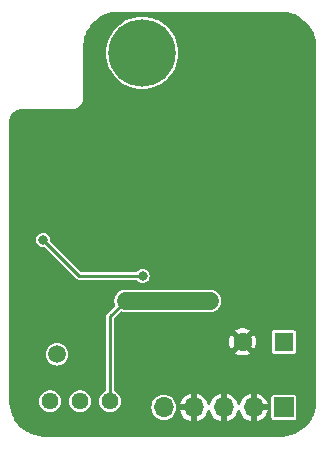
<source format=gbr>
%TF.GenerationSoftware,KiCad,Pcbnew,8.0.2*%
%TF.CreationDate,2024-05-30T14:17:59+02:00*%
%TF.ProjectId,MPPT_solar_charger_expansion_board,4d505054-5f73-46f6-9c61-725f63686172,1.00*%
%TF.SameCoordinates,Original*%
%TF.FileFunction,Copper,L2,Bot*%
%TF.FilePolarity,Positive*%
%FSLAX46Y46*%
G04 Gerber Fmt 4.6, Leading zero omitted, Abs format (unit mm)*
G04 Created by KiCad (PCBNEW 8.0.2) date 2024-05-30 14:17:59*
%MOMM*%
%LPD*%
G01*
G04 APERTURE LIST*
%TA.AperFunction,ComponentPad*%
%ADD10C,1.500000*%
%TD*%
%TA.AperFunction,ComponentPad*%
%ADD11R,1.600000X1.600000*%
%TD*%
%TA.AperFunction,ComponentPad*%
%ADD12C,1.600000*%
%TD*%
%TA.AperFunction,ComponentPad*%
%ADD13C,5.700000*%
%TD*%
%TA.AperFunction,ComponentPad*%
%ADD14C,1.440000*%
%TD*%
%TA.AperFunction,ComponentPad*%
%ADD15R,1.700000X1.700000*%
%TD*%
%TA.AperFunction,ComponentPad*%
%ADD16O,1.700000X1.700000*%
%TD*%
%TA.AperFunction,ViaPad*%
%ADD17C,0.500000*%
%TD*%
%TA.AperFunction,ViaPad*%
%ADD18C,1.500000*%
%TD*%
%TA.AperFunction,ViaPad*%
%ADD19C,0.800000*%
%TD*%
%TA.AperFunction,Conductor*%
%ADD20C,1.500000*%
%TD*%
%TA.AperFunction,Conductor*%
%ADD21C,0.250000*%
%TD*%
G04 APERTURE END LIST*
D10*
%TO.P,TP2,1,1*%
%TO.N,/MPPT*%
X135216600Y-106411400D03*
%TD*%
D11*
%TO.P,C1,1*%
%TO.N,VCC*%
X154428000Y-105356800D03*
D12*
%TO.P,C1,2*%
%TO.N,GND*%
X150928000Y-105356800D03*
%TD*%
D13*
%TO.P,H1,1*%
%TO.N,N/C*%
X142428000Y-80896400D03*
%TD*%
D14*
%TO.P,RV1,1,1*%
%TO.N,VCC*%
X139710000Y-110388400D03*
%TO.P,RV1,2,2*%
%TO.N,/MPPT*%
X137170000Y-110388400D03*
%TO.P,RV1,3,3*%
X134630000Y-110388400D03*
%TD*%
D15*
%TO.P,J1,1,Pin_1*%
%TO.N,VCC*%
X154428000Y-110896400D03*
D16*
%TO.P,J1,2,Pin_2*%
%TO.N,GND*%
X151888000Y-110896400D03*
%TO.P,J1,3,Pin_3*%
X149348000Y-110896400D03*
%TO.P,J1,4,Pin_4*%
X146808000Y-110896400D03*
%TO.P,J1,5,Pin_5*%
%TO.N,+BATT*%
X144268000Y-110896400D03*
%TD*%
D17*
%TO.N,GND*%
X153387200Y-78128000D03*
X154758800Y-89812000D03*
X153488800Y-82141200D03*
X145360800Y-78483600D03*
X155012800Y-94384000D03*
X141804800Y-94028400D03*
X141906400Y-108506400D03*
X141398400Y-103201700D03*
X145665600Y-83106400D03*
X155520800Y-99616400D03*
X138553600Y-83208000D03*
X132508400Y-111605200D03*
X134337200Y-94282400D03*
X146224400Y-92199600D03*
D18*
%TO.N,VCC*%
X148178000Y-101896400D03*
X141032146Y-101883820D03*
D19*
%TO.N,/DRV*%
X134058000Y-96723200D03*
X142466092Y-99776200D03*
%TD*%
D20*
%TO.N,VCC*%
X141032146Y-101883820D02*
X141037526Y-101889200D01*
D21*
X139658400Y-110336800D02*
X139710000Y-110388400D01*
X139710000Y-103205966D02*
X139710000Y-110388400D01*
D20*
X148170800Y-101889200D02*
X148178000Y-101896400D01*
X141037526Y-101889200D02*
X148170800Y-101889200D01*
D21*
X141032146Y-101883820D02*
X139710000Y-103205966D01*
%TO.N,/DRV*%
X134058000Y-96723200D02*
X137103390Y-99768590D01*
X137103390Y-99768590D02*
X142458482Y-99768590D01*
X142458482Y-99768590D02*
X142466092Y-99776200D01*
%TD*%
%TA.AperFunction,Conductor*%
%TO.N,GND*%
G36*
X154178855Y-77396411D02*
G01*
X154340269Y-77398674D01*
X154352390Y-77399441D01*
X154656553Y-77433712D01*
X154673992Y-77435677D01*
X154687700Y-77438006D01*
X155002366Y-77509826D01*
X155015725Y-77513673D01*
X155320392Y-77620281D01*
X155333228Y-77625599D01*
X155624025Y-77765639D01*
X155636193Y-77772364D01*
X155867489Y-77917697D01*
X155909486Y-77944085D01*
X155920824Y-77952130D01*
X156173173Y-78153371D01*
X156183541Y-78162637D01*
X156411762Y-78390858D01*
X156421028Y-78401226D01*
X156622267Y-78653572D01*
X156630314Y-78664913D01*
X156802034Y-78938204D01*
X156808760Y-78950374D01*
X156948798Y-79241166D01*
X156954120Y-79254013D01*
X157060724Y-79558670D01*
X157064573Y-79572033D01*
X157136393Y-79886699D01*
X157138722Y-79900407D01*
X157174957Y-80221997D01*
X157175725Y-80234143D01*
X157177988Y-80395544D01*
X157178000Y-80397282D01*
X157178000Y-110395517D01*
X157177988Y-110397255D01*
X157175725Y-110558656D01*
X157174957Y-110570802D01*
X157138722Y-110892392D01*
X157136393Y-110906100D01*
X157064573Y-111220766D01*
X157060724Y-111234129D01*
X156954120Y-111538786D01*
X156948798Y-111551633D01*
X156808760Y-111842425D01*
X156802034Y-111854595D01*
X156630314Y-112127886D01*
X156622267Y-112139227D01*
X156421028Y-112391573D01*
X156411762Y-112401941D01*
X156183541Y-112630162D01*
X156173173Y-112639428D01*
X155920827Y-112840667D01*
X155909486Y-112848714D01*
X155636195Y-113020434D01*
X155624025Y-113027160D01*
X155333233Y-113167198D01*
X155320386Y-113172520D01*
X155015729Y-113279124D01*
X155002366Y-113282973D01*
X154687700Y-113354793D01*
X154673992Y-113357122D01*
X154352402Y-113393357D01*
X154340256Y-113394125D01*
X154178856Y-113396388D01*
X154177118Y-113396400D01*
X134178882Y-113396400D01*
X134177144Y-113396388D01*
X134015743Y-113394125D01*
X134003597Y-113393357D01*
X133682007Y-113357122D01*
X133668299Y-113354793D01*
X133353633Y-113282973D01*
X133340270Y-113279124D01*
X133035613Y-113172520D01*
X133022766Y-113167198D01*
X132731974Y-113027160D01*
X132719804Y-113020434D01*
X132446513Y-112848714D01*
X132435172Y-112840667D01*
X132182826Y-112639428D01*
X132172458Y-112630162D01*
X131944237Y-112401941D01*
X131934971Y-112391573D01*
X131733732Y-112139227D01*
X131725685Y-112127886D01*
X131611963Y-111946899D01*
X131553964Y-111854593D01*
X131547239Y-111842425D01*
X131407199Y-111551628D01*
X131401879Y-111538786D01*
X131397243Y-111525538D01*
X131295273Y-111234125D01*
X131291426Y-111220766D01*
X131219606Y-110906100D01*
X131217277Y-110892392D01*
X131202907Y-110764856D01*
X131181041Y-110570790D01*
X131180274Y-110558669D01*
X131178012Y-110397255D01*
X131178000Y-110395517D01*
X131178000Y-110388400D01*
X133704430Y-110388400D01*
X133724656Y-110580839D01*
X133724657Y-110580841D01*
X133784447Y-110764856D01*
X133784450Y-110764863D01*
X133881197Y-110932435D01*
X134010667Y-111076228D01*
X134010674Y-111076234D01*
X134167210Y-111189964D01*
X134167211Y-111189964D01*
X134167215Y-111189967D01*
X134266396Y-111234125D01*
X134343978Y-111268667D01*
X134343983Y-111268669D01*
X134533252Y-111308900D01*
X134726748Y-111308900D01*
X134916017Y-111268669D01*
X135092785Y-111189967D01*
X135249327Y-111076233D01*
X135378802Y-110932436D01*
X135475550Y-110764863D01*
X135535344Y-110580837D01*
X135555570Y-110388400D01*
X136244430Y-110388400D01*
X136264656Y-110580839D01*
X136264657Y-110580841D01*
X136324447Y-110764856D01*
X136324450Y-110764863D01*
X136421197Y-110932435D01*
X136550667Y-111076228D01*
X136550674Y-111076234D01*
X136707210Y-111189964D01*
X136707211Y-111189964D01*
X136707215Y-111189967D01*
X136806396Y-111234125D01*
X136883978Y-111268667D01*
X136883983Y-111268669D01*
X137073252Y-111308900D01*
X137266748Y-111308900D01*
X137456017Y-111268669D01*
X137632785Y-111189967D01*
X137789327Y-111076233D01*
X137918802Y-110932436D01*
X138015550Y-110764863D01*
X138075344Y-110580837D01*
X138095570Y-110388400D01*
X138784430Y-110388400D01*
X138804656Y-110580839D01*
X138804657Y-110580841D01*
X138864447Y-110764856D01*
X138864450Y-110764863D01*
X138961197Y-110932435D01*
X139090667Y-111076228D01*
X139090674Y-111076234D01*
X139247210Y-111189964D01*
X139247211Y-111189964D01*
X139247215Y-111189967D01*
X139346396Y-111234125D01*
X139423978Y-111268667D01*
X139423983Y-111268669D01*
X139613252Y-111308900D01*
X139806748Y-111308900D01*
X139996017Y-111268669D01*
X140172785Y-111189967D01*
X140329327Y-111076233D01*
X140458802Y-110932436D01*
X140479607Y-110896400D01*
X143212417Y-110896400D01*
X143232699Y-111102332D01*
X143232700Y-111102334D01*
X143292768Y-111300354D01*
X143390315Y-111482850D01*
X143390317Y-111482852D01*
X143521589Y-111642810D01*
X143593146Y-111701534D01*
X143681550Y-111774085D01*
X143864046Y-111871632D01*
X144062066Y-111931700D01*
X144062065Y-111931700D01*
X144080529Y-111933518D01*
X144268000Y-111951983D01*
X144473934Y-111931700D01*
X144671954Y-111871632D01*
X144854450Y-111774085D01*
X145014410Y-111642810D01*
X145145685Y-111482850D01*
X145243232Y-111300354D01*
X145303300Y-111102334D01*
X145323583Y-110896400D01*
X145303300Y-110690466D01*
X145289933Y-110646399D01*
X145641900Y-110646399D01*
X145641900Y-110646400D01*
X146374988Y-110646400D01*
X146342075Y-110703407D01*
X146308000Y-110830574D01*
X146308000Y-110962226D01*
X146342075Y-111089393D01*
X146374988Y-111146400D01*
X145641900Y-111146400D01*
X145693601Y-111328114D01*
X145693604Y-111328120D01*
X145791907Y-111525538D01*
X145924813Y-111701534D01*
X146087791Y-111850107D01*
X146275300Y-111966208D01*
X146275301Y-111966209D01*
X146480948Y-112045876D01*
X146558000Y-112060279D01*
X146558000Y-111329412D01*
X146615007Y-111362325D01*
X146742174Y-111396400D01*
X146873826Y-111396400D01*
X147000993Y-111362325D01*
X147058000Y-111329412D01*
X147058000Y-112060278D01*
X147135051Y-112045876D01*
X147340698Y-111966209D01*
X147340699Y-111966208D01*
X147528208Y-111850107D01*
X147691186Y-111701534D01*
X147824092Y-111525538D01*
X147922395Y-111328121D01*
X147958733Y-111200405D01*
X147996012Y-111141311D01*
X148059322Y-111111753D01*
X148128561Y-111121115D01*
X148181748Y-111166424D01*
X148197267Y-111200405D01*
X148233604Y-111328121D01*
X148331907Y-111525538D01*
X148464813Y-111701534D01*
X148627791Y-111850107D01*
X148815300Y-111966208D01*
X148815301Y-111966209D01*
X149020948Y-112045876D01*
X149098000Y-112060279D01*
X149098000Y-111329412D01*
X149155007Y-111362325D01*
X149282174Y-111396400D01*
X149413826Y-111396400D01*
X149540993Y-111362325D01*
X149598000Y-111329412D01*
X149598000Y-112060278D01*
X149675051Y-112045876D01*
X149880698Y-111966209D01*
X149880699Y-111966208D01*
X150068208Y-111850107D01*
X150231186Y-111701534D01*
X150364092Y-111525538D01*
X150462395Y-111328121D01*
X150498733Y-111200405D01*
X150536012Y-111141311D01*
X150599322Y-111111753D01*
X150668561Y-111121115D01*
X150721748Y-111166424D01*
X150737267Y-111200405D01*
X150773604Y-111328121D01*
X150871907Y-111525538D01*
X151004813Y-111701534D01*
X151167791Y-111850107D01*
X151355300Y-111966208D01*
X151355301Y-111966209D01*
X151560948Y-112045876D01*
X151638000Y-112060279D01*
X151638000Y-111329412D01*
X151695007Y-111362325D01*
X151822174Y-111396400D01*
X151953826Y-111396400D01*
X152080993Y-111362325D01*
X152138000Y-111329412D01*
X152138000Y-112060278D01*
X152215051Y-112045876D01*
X152420698Y-111966209D01*
X152420699Y-111966208D01*
X152608208Y-111850107D01*
X152771186Y-111701534D01*
X152904092Y-111525538D01*
X153002395Y-111328120D01*
X153002398Y-111328114D01*
X153054099Y-111146400D01*
X152321012Y-111146400D01*
X152353925Y-111089393D01*
X152388000Y-110962226D01*
X152388000Y-110830574D01*
X152353925Y-110703407D01*
X152321012Y-110646400D01*
X153054100Y-110646400D01*
X153054099Y-110646399D01*
X153002398Y-110464685D01*
X153002395Y-110464679D01*
X152904092Y-110267261D01*
X152771186Y-110091265D01*
X152700303Y-110026647D01*
X153377500Y-110026647D01*
X153377500Y-111766152D01*
X153389131Y-111824629D01*
X153389132Y-111824630D01*
X153433447Y-111890952D01*
X153499769Y-111935267D01*
X153499770Y-111935268D01*
X153558247Y-111946899D01*
X153558250Y-111946900D01*
X153558252Y-111946900D01*
X155297750Y-111946900D01*
X155297751Y-111946899D01*
X155312568Y-111943952D01*
X155356229Y-111935268D01*
X155356229Y-111935267D01*
X155356231Y-111935267D01*
X155422552Y-111890952D01*
X155466867Y-111824631D01*
X155466867Y-111824629D01*
X155466868Y-111824629D01*
X155478499Y-111766152D01*
X155478500Y-111766150D01*
X155478500Y-110026649D01*
X155478499Y-110026647D01*
X155466868Y-109968170D01*
X155466867Y-109968169D01*
X155422552Y-109901847D01*
X155356230Y-109857532D01*
X155356229Y-109857531D01*
X155297752Y-109845900D01*
X155297748Y-109845900D01*
X153558252Y-109845900D01*
X153558247Y-109845900D01*
X153499770Y-109857531D01*
X153499769Y-109857532D01*
X153433447Y-109901847D01*
X153389132Y-109968169D01*
X153389131Y-109968170D01*
X153377500Y-110026647D01*
X152700303Y-110026647D01*
X152608208Y-109942692D01*
X152420699Y-109826591D01*
X152420695Y-109826589D01*
X152215056Y-109746925D01*
X152215051Y-109746924D01*
X152138000Y-109732520D01*
X152138000Y-110463388D01*
X152080993Y-110430475D01*
X151953826Y-110396400D01*
X151822174Y-110396400D01*
X151695007Y-110430475D01*
X151638000Y-110463388D01*
X151638000Y-109732520D01*
X151560948Y-109746924D01*
X151560943Y-109746925D01*
X151355304Y-109826589D01*
X151355300Y-109826591D01*
X151167791Y-109942692D01*
X151004813Y-110091265D01*
X150871907Y-110267261D01*
X150773605Y-110464677D01*
X150737267Y-110592395D01*
X150699987Y-110651488D01*
X150636678Y-110681046D01*
X150567438Y-110671684D01*
X150514252Y-110626375D01*
X150498733Y-110592395D01*
X150462394Y-110464677D01*
X150364092Y-110267261D01*
X150231186Y-110091265D01*
X150068208Y-109942692D01*
X149880699Y-109826591D01*
X149880695Y-109826589D01*
X149675056Y-109746925D01*
X149675051Y-109746924D01*
X149598000Y-109732520D01*
X149598000Y-110463388D01*
X149540993Y-110430475D01*
X149413826Y-110396400D01*
X149282174Y-110396400D01*
X149155007Y-110430475D01*
X149098000Y-110463388D01*
X149098000Y-109732520D01*
X149020948Y-109746924D01*
X149020943Y-109746925D01*
X148815304Y-109826589D01*
X148815300Y-109826591D01*
X148627791Y-109942692D01*
X148464813Y-110091265D01*
X148331907Y-110267261D01*
X148233605Y-110464677D01*
X148197267Y-110592395D01*
X148159987Y-110651488D01*
X148096678Y-110681046D01*
X148027438Y-110671684D01*
X147974252Y-110626375D01*
X147958733Y-110592395D01*
X147922394Y-110464677D01*
X147824092Y-110267261D01*
X147691186Y-110091265D01*
X147528208Y-109942692D01*
X147340699Y-109826591D01*
X147340695Y-109826589D01*
X147135056Y-109746925D01*
X147135051Y-109746924D01*
X147058000Y-109732520D01*
X147058000Y-110463388D01*
X147000993Y-110430475D01*
X146873826Y-110396400D01*
X146742174Y-110396400D01*
X146615007Y-110430475D01*
X146558000Y-110463388D01*
X146558000Y-109732520D01*
X146480948Y-109746924D01*
X146480943Y-109746925D01*
X146275304Y-109826589D01*
X146275300Y-109826591D01*
X146087791Y-109942692D01*
X145924813Y-110091265D01*
X145791907Y-110267261D01*
X145693604Y-110464679D01*
X145693601Y-110464685D01*
X145641900Y-110646399D01*
X145289933Y-110646399D01*
X145243232Y-110492446D01*
X145145685Y-110309950D01*
X145052139Y-110195963D01*
X145014410Y-110149989D01*
X144864121Y-110026652D01*
X144854450Y-110018715D01*
X144671954Y-109921168D01*
X144473934Y-109861100D01*
X144473932Y-109861099D01*
X144473934Y-109861099D01*
X144268000Y-109840817D01*
X144062067Y-109861099D01*
X143864043Y-109921169D01*
X143776114Y-109968169D01*
X143681550Y-110018715D01*
X143681548Y-110018716D01*
X143681547Y-110018717D01*
X143521589Y-110149989D01*
X143390317Y-110309947D01*
X143292769Y-110492443D01*
X143232699Y-110690467D01*
X143212417Y-110896400D01*
X140479607Y-110896400D01*
X140555550Y-110764863D01*
X140615344Y-110580837D01*
X140635570Y-110388400D01*
X140615344Y-110195963D01*
X140555550Y-110011937D01*
X140458802Y-109844364D01*
X140442799Y-109826591D01*
X140329332Y-109700571D01*
X140329325Y-109700565D01*
X140172789Y-109586835D01*
X140172784Y-109586832D01*
X140109064Y-109558462D01*
X140055827Y-109513212D01*
X140035506Y-109446362D01*
X140035500Y-109445183D01*
X140035500Y-105356799D01*
X149783116Y-105356799D01*
X149783116Y-105356800D01*
X149802609Y-105567169D01*
X149860427Y-105770381D01*
X149954600Y-105959503D01*
X149961975Y-105969270D01*
X150528000Y-105403246D01*
X150528000Y-105409461D01*
X150555259Y-105511194D01*
X150607920Y-105602406D01*
X150682394Y-105676880D01*
X150773606Y-105729541D01*
X150875339Y-105756800D01*
X150881553Y-105756800D01*
X150318255Y-106320095D01*
X150417680Y-106381657D01*
X150417681Y-106381658D01*
X150614685Y-106457977D01*
X150822365Y-106496800D01*
X151033635Y-106496800D01*
X151241319Y-106457976D01*
X151438309Y-106381661D01*
X151438327Y-106381652D01*
X151537742Y-106320096D01*
X151537742Y-106320095D01*
X150974448Y-105756800D01*
X150980661Y-105756800D01*
X151082394Y-105729541D01*
X151173606Y-105676880D01*
X151248080Y-105602406D01*
X151300741Y-105511194D01*
X151328000Y-105409461D01*
X151328000Y-105403247D01*
X151894023Y-105969270D01*
X151901401Y-105959500D01*
X151901403Y-105959497D01*
X151995572Y-105770382D01*
X152053390Y-105567169D01*
X152072884Y-105356800D01*
X152072884Y-105356799D01*
X152053390Y-105146430D01*
X151995572Y-104943218D01*
X151901399Y-104754095D01*
X151894024Y-104744328D01*
X151328000Y-105310352D01*
X151328000Y-105304139D01*
X151300741Y-105202406D01*
X151248080Y-105111194D01*
X151173606Y-105036720D01*
X151082394Y-104984059D01*
X150980661Y-104956800D01*
X150974448Y-104956800D01*
X151394200Y-104537047D01*
X153427500Y-104537047D01*
X153427500Y-106176552D01*
X153439131Y-106235029D01*
X153439132Y-106235030D01*
X153483447Y-106301352D01*
X153549769Y-106345667D01*
X153549770Y-106345668D01*
X153608247Y-106357299D01*
X153608250Y-106357300D01*
X153608252Y-106357300D01*
X155247750Y-106357300D01*
X155247751Y-106357299D01*
X155262568Y-106354352D01*
X155306229Y-106345668D01*
X155306229Y-106345667D01*
X155306231Y-106345667D01*
X155372552Y-106301352D01*
X155416867Y-106235031D01*
X155416867Y-106235029D01*
X155416868Y-106235029D01*
X155428499Y-106176552D01*
X155428500Y-106176550D01*
X155428500Y-104537049D01*
X155428499Y-104537047D01*
X155416868Y-104478570D01*
X155416867Y-104478569D01*
X155372552Y-104412247D01*
X155306230Y-104367932D01*
X155306229Y-104367931D01*
X155247752Y-104356300D01*
X155247748Y-104356300D01*
X153608252Y-104356300D01*
X153608247Y-104356300D01*
X153549770Y-104367931D01*
X153549769Y-104367932D01*
X153483447Y-104412247D01*
X153439132Y-104478569D01*
X153439131Y-104478570D01*
X153427500Y-104537047D01*
X151394200Y-104537047D01*
X151537743Y-104393503D01*
X151438319Y-104331942D01*
X151438318Y-104331941D01*
X151241314Y-104255622D01*
X151033635Y-104216800D01*
X150822365Y-104216800D01*
X150614685Y-104255622D01*
X150417683Y-104331940D01*
X150417677Y-104331943D01*
X150318256Y-104393502D01*
X150318255Y-104393503D01*
X150881553Y-104956800D01*
X150875339Y-104956800D01*
X150773606Y-104984059D01*
X150682394Y-105036720D01*
X150607920Y-105111194D01*
X150555259Y-105202406D01*
X150528000Y-105304139D01*
X150528000Y-105310353D01*
X149961974Y-104744327D01*
X149954602Y-104754092D01*
X149954598Y-104754098D01*
X149860427Y-104943218D01*
X149802609Y-105146430D01*
X149783116Y-105356799D01*
X140035500Y-105356799D01*
X140035500Y-103392154D01*
X140055185Y-103325115D01*
X140071819Y-103304473D01*
X140295965Y-103080327D01*
X140569351Y-102806940D01*
X140630672Y-102773457D01*
X140700363Y-102778441D01*
X140704464Y-102780055D01*
X140734306Y-102792416D01*
X140760267Y-102803170D01*
X140760269Y-102803170D01*
X140760275Y-102803173D01*
X140836206Y-102818275D01*
X140843547Y-102820115D01*
X140845810Y-102820565D01*
X140845815Y-102820567D01*
X140845819Y-102820567D01*
X140848088Y-102821019D01*
X140855576Y-102822129D01*
X140943907Y-102839700D01*
X140943909Y-102839700D01*
X140943910Y-102839700D01*
X148035974Y-102839700D01*
X148060166Y-102842083D01*
X148084381Y-102846899D01*
X148084382Y-102846900D01*
X148084383Y-102846900D01*
X148125213Y-102846900D01*
X148137367Y-102847497D01*
X148178000Y-102851499D01*
X148218633Y-102847497D01*
X148230787Y-102846900D01*
X148271616Y-102846900D01*
X148311671Y-102838932D01*
X148323690Y-102837149D01*
X148364331Y-102833147D01*
X148403412Y-102821290D01*
X148415197Y-102818339D01*
X148455250Y-102810373D01*
X148492979Y-102794743D01*
X148504414Y-102790652D01*
X148543501Y-102778796D01*
X148579524Y-102759540D01*
X148590504Y-102754347D01*
X148628230Y-102738722D01*
X148662173Y-102716040D01*
X148672614Y-102709783D01*
X148708625Y-102690536D01*
X148740205Y-102664617D01*
X148749965Y-102657379D01*
X148783908Y-102634701D01*
X148812784Y-102605824D01*
X148821779Y-102597671D01*
X148853357Y-102571757D01*
X148879271Y-102540179D01*
X148887424Y-102531184D01*
X148916301Y-102502308D01*
X148938979Y-102468365D01*
X148946217Y-102458605D01*
X148972136Y-102427025D01*
X148991384Y-102391012D01*
X148997642Y-102380571D01*
X149020322Y-102346630D01*
X149035947Y-102308904D01*
X149041140Y-102297924D01*
X149060396Y-102261901D01*
X149072252Y-102222814D01*
X149076343Y-102211379D01*
X149091973Y-102173650D01*
X149099939Y-102133597D01*
X149102890Y-102121812D01*
X149114747Y-102082731D01*
X149118749Y-102042090D01*
X149120532Y-102030071D01*
X149128500Y-101990016D01*
X149128500Y-101949186D01*
X149129097Y-101937032D01*
X149130336Y-101924452D01*
X149133099Y-101896400D01*
X149129097Y-101855766D01*
X149128500Y-101843612D01*
X149128500Y-101802779D01*
X149120534Y-101762740D01*
X149118747Y-101750694D01*
X149118694Y-101750159D01*
X149114747Y-101710069D01*
X149102891Y-101670985D01*
X149099940Y-101659204D01*
X149091973Y-101619150D01*
X149091971Y-101619145D01*
X149076348Y-101581427D01*
X149072249Y-101569971D01*
X149060396Y-101530898D01*
X149041150Y-101494893D01*
X149035949Y-101483897D01*
X149020322Y-101446169D01*
X149020320Y-101446166D01*
X149020318Y-101446162D01*
X148997638Y-101412219D01*
X148991382Y-101401781D01*
X148972139Y-101365781D01*
X148972136Y-101365775D01*
X148946229Y-101334207D01*
X148938983Y-101324437D01*
X148916301Y-101290491D01*
X148887423Y-101261613D01*
X148879259Y-101252605D01*
X148853357Y-101221042D01*
X148821793Y-101195139D01*
X148812775Y-101186965D01*
X148776714Y-101150903D01*
X148776709Y-101150899D01*
X148734287Y-101122552D01*
X148724518Y-101115307D01*
X148708625Y-101102264D01*
X148690487Y-101092569D01*
X148680051Y-101086313D01*
X148621032Y-101046878D01*
X148621028Y-101046876D01*
X148555437Y-101019707D01*
X148544442Y-101014507D01*
X148543502Y-101014004D01*
X148543057Y-101013869D01*
X148542473Y-101013692D01*
X148531024Y-101009595D01*
X148511297Y-101001424D01*
X148511296Y-101001424D01*
X148448051Y-100975227D01*
X148448043Y-100975225D01*
X148356233Y-100956963D01*
X148264420Y-100938700D01*
X148264417Y-100938700D01*
X148264416Y-100938700D01*
X141165022Y-100938700D01*
X141140831Y-100936317D01*
X141125763Y-100933320D01*
X141084933Y-100933320D01*
X141072779Y-100932723D01*
X141032146Y-100928721D01*
X140991513Y-100932723D01*
X140979359Y-100933320D01*
X140938529Y-100933320D01*
X140923462Y-100936317D01*
X140898485Y-100941285D01*
X140886451Y-100943070D01*
X140845819Y-100947072D01*
X140845817Y-100947072D01*
X140845815Y-100947073D01*
X140806738Y-100958925D01*
X140794948Y-100961879D01*
X140754899Y-100969846D01*
X140754897Y-100969846D01*
X140717163Y-100985475D01*
X140705713Y-100989572D01*
X140666644Y-101001424D01*
X140630645Y-101020665D01*
X140619652Y-101025864D01*
X140581919Y-101041494D01*
X140547960Y-101064184D01*
X140537530Y-101070435D01*
X140501523Y-101089682D01*
X140469962Y-101115583D01*
X140460195Y-101122826D01*
X140426245Y-101145512D01*
X140426233Y-101145522D01*
X140397358Y-101174395D01*
X140388349Y-101182560D01*
X140356791Y-101208460D01*
X140356786Y-101208465D01*
X140330886Y-101240023D01*
X140322721Y-101249032D01*
X140293848Y-101277907D01*
X140293838Y-101277919D01*
X140271152Y-101311869D01*
X140263909Y-101321636D01*
X140238008Y-101353197D01*
X140218761Y-101389204D01*
X140212510Y-101399634D01*
X140189820Y-101433593D01*
X140174190Y-101471326D01*
X140168991Y-101482319D01*
X140149750Y-101518318D01*
X140137898Y-101557387D01*
X140133801Y-101568837D01*
X140118172Y-101606571D01*
X140118172Y-101606573D01*
X140110205Y-101646622D01*
X140107251Y-101658412D01*
X140095399Y-101697489D01*
X140095399Y-101697491D01*
X140095398Y-101697493D01*
X140091396Y-101738125D01*
X140089611Y-101750159D01*
X140081646Y-101790204D01*
X140081646Y-101831032D01*
X140081049Y-101843186D01*
X140077047Y-101883819D01*
X140081049Y-101924452D01*
X140081646Y-101936606D01*
X140081646Y-101977441D01*
X140089610Y-102017478D01*
X140091396Y-102029513D01*
X140095399Y-102070150D01*
X140107250Y-102109220D01*
X140110206Y-102121022D01*
X140118171Y-102161064D01*
X140118172Y-102161068D01*
X140118173Y-102161070D01*
X140133802Y-102198803D01*
X140137894Y-102210240D01*
X140141343Y-102221607D01*
X140141962Y-102291474D01*
X140110361Y-102345277D01*
X139449537Y-103006101D01*
X139449533Y-103006107D01*
X139406681Y-103080327D01*
X139406682Y-103080328D01*
X139384500Y-103163113D01*
X139384500Y-109445183D01*
X139364815Y-109512222D01*
X139312011Y-109557977D01*
X139310936Y-109558462D01*
X139247215Y-109586832D01*
X139247210Y-109586835D01*
X139090674Y-109700565D01*
X139090667Y-109700571D01*
X138961197Y-109844364D01*
X138864450Y-110011936D01*
X138864447Y-110011943D01*
X138804657Y-110195958D01*
X138804656Y-110195960D01*
X138784430Y-110388400D01*
X138095570Y-110388400D01*
X138075344Y-110195963D01*
X138015550Y-110011937D01*
X137918802Y-109844364D01*
X137902799Y-109826591D01*
X137789332Y-109700571D01*
X137789325Y-109700565D01*
X137632789Y-109586835D01*
X137632786Y-109586833D01*
X137632785Y-109586833D01*
X137567973Y-109557977D01*
X137456021Y-109508132D01*
X137456016Y-109508130D01*
X137266748Y-109467900D01*
X137073252Y-109467900D01*
X136883983Y-109508130D01*
X136883978Y-109508132D01*
X136707215Y-109586833D01*
X136707210Y-109586835D01*
X136550674Y-109700565D01*
X136550667Y-109700571D01*
X136421197Y-109844364D01*
X136324450Y-110011936D01*
X136324447Y-110011943D01*
X136264657Y-110195958D01*
X136264656Y-110195960D01*
X136244430Y-110388400D01*
X135555570Y-110388400D01*
X135535344Y-110195963D01*
X135475550Y-110011937D01*
X135378802Y-109844364D01*
X135362799Y-109826591D01*
X135249332Y-109700571D01*
X135249325Y-109700565D01*
X135092789Y-109586835D01*
X135092786Y-109586833D01*
X135092785Y-109586833D01*
X135027973Y-109557977D01*
X134916021Y-109508132D01*
X134916016Y-109508130D01*
X134726748Y-109467900D01*
X134533252Y-109467900D01*
X134343983Y-109508130D01*
X134343978Y-109508132D01*
X134167215Y-109586833D01*
X134167210Y-109586835D01*
X134010674Y-109700565D01*
X134010667Y-109700571D01*
X133881197Y-109844364D01*
X133784450Y-110011936D01*
X133784447Y-110011943D01*
X133724657Y-110195958D01*
X133724656Y-110195960D01*
X133704430Y-110388400D01*
X131178000Y-110388400D01*
X131178000Y-106411400D01*
X134261501Y-106411400D01*
X134279852Y-106597731D01*
X134279853Y-106597733D01*
X134334204Y-106776902D01*
X134422462Y-106942023D01*
X134422464Y-106942026D01*
X134541242Y-107086757D01*
X134685973Y-107205535D01*
X134685976Y-107205537D01*
X134851097Y-107293795D01*
X134851099Y-107293796D01*
X135030266Y-107348146D01*
X135030268Y-107348147D01*
X135046974Y-107349792D01*
X135216600Y-107366499D01*
X135402931Y-107348147D01*
X135582101Y-107293796D01*
X135747225Y-107205536D01*
X135891957Y-107086757D01*
X136010736Y-106942025D01*
X136098996Y-106776901D01*
X136153347Y-106597731D01*
X136171699Y-106411400D01*
X136153347Y-106225069D01*
X136098996Y-106045899D01*
X136052815Y-105959500D01*
X136010737Y-105880776D01*
X136010735Y-105880773D01*
X135891957Y-105736042D01*
X135747226Y-105617264D01*
X135747223Y-105617262D01*
X135582102Y-105529004D01*
X135402933Y-105474653D01*
X135402931Y-105474652D01*
X135216600Y-105456301D01*
X135030268Y-105474652D01*
X135030266Y-105474653D01*
X134851097Y-105529004D01*
X134685976Y-105617262D01*
X134685973Y-105617264D01*
X134541242Y-105736042D01*
X134422464Y-105880773D01*
X134422462Y-105880776D01*
X134334204Y-106045897D01*
X134279853Y-106225066D01*
X134279852Y-106225068D01*
X134261501Y-106411400D01*
X131178000Y-106411400D01*
X131178000Y-96723198D01*
X133452318Y-96723198D01*
X133452318Y-96723201D01*
X133472955Y-96879960D01*
X133472956Y-96879962D01*
X133533464Y-97026041D01*
X133629718Y-97151482D01*
X133755159Y-97247736D01*
X133901238Y-97308244D01*
X133929548Y-97311971D01*
X134057999Y-97328882D01*
X134058000Y-97328882D01*
X134058001Y-97328882D01*
X134093708Y-97324180D01*
X134125818Y-97319953D01*
X134194853Y-97330718D01*
X134229685Y-97355211D01*
X136838584Y-99964110D01*
X136838594Y-99964121D01*
X136842924Y-99968451D01*
X136842925Y-99968452D01*
X136903528Y-100029055D01*
X136940640Y-100050481D01*
X136940642Y-100050483D01*
X136968818Y-100066750D01*
X136977751Y-100071908D01*
X137060537Y-100094090D01*
X141891953Y-100094090D01*
X141958992Y-100113775D01*
X141990328Y-100142603D01*
X142037810Y-100204482D01*
X142163251Y-100300736D01*
X142309330Y-100361244D01*
X142387711Y-100371563D01*
X142466091Y-100381882D01*
X142466092Y-100381882D01*
X142466093Y-100381882D01*
X142518346Y-100375002D01*
X142622854Y-100361244D01*
X142768933Y-100300736D01*
X142894374Y-100204482D01*
X142990628Y-100079041D01*
X143051136Y-99932962D01*
X143071774Y-99776200D01*
X143051136Y-99619438D01*
X142990628Y-99473359D01*
X142894374Y-99347918D01*
X142768933Y-99251664D01*
X142622854Y-99191156D01*
X142622852Y-99191155D01*
X142466093Y-99170518D01*
X142466091Y-99170518D01*
X142309331Y-99191155D01*
X142309329Y-99191156D01*
X142163252Y-99251663D01*
X142163251Y-99251664D01*
X142037810Y-99347918D01*
X142002006Y-99394578D01*
X141945580Y-99435779D01*
X141903632Y-99443090D01*
X137289578Y-99443090D01*
X137222539Y-99423405D01*
X137201897Y-99406771D01*
X134690011Y-96894885D01*
X134656526Y-96833562D01*
X134654753Y-96791018D01*
X134663682Y-96723200D01*
X134663682Y-96723198D01*
X134643044Y-96566439D01*
X134643044Y-96566438D01*
X134582536Y-96420359D01*
X134486282Y-96294918D01*
X134360841Y-96198664D01*
X134214762Y-96138156D01*
X134214760Y-96138155D01*
X134058001Y-96117518D01*
X134057999Y-96117518D01*
X133901239Y-96138155D01*
X133901237Y-96138156D01*
X133755160Y-96198663D01*
X133629718Y-96294918D01*
X133533463Y-96420360D01*
X133472956Y-96566437D01*
X133472955Y-96566439D01*
X133452318Y-96723198D01*
X131178000Y-96723198D01*
X131178000Y-86647926D01*
X131178037Y-86644890D01*
X131180145Y-86558821D01*
X131182490Y-86537672D01*
X131216362Y-86367383D01*
X131223412Y-86344141D01*
X131289274Y-86185138D01*
X131300726Y-86163714D01*
X131396338Y-86020619D01*
X131411751Y-86001839D01*
X131533439Y-85880151D01*
X131552219Y-85864738D01*
X131695314Y-85769126D01*
X131716738Y-85757674D01*
X131875741Y-85691812D01*
X131898983Y-85684762D01*
X132069272Y-85650890D01*
X132090415Y-85648545D01*
X132171037Y-85646570D01*
X132176491Y-85646437D01*
X132179527Y-85646400D01*
X136427992Y-85646400D01*
X136428000Y-85646400D01*
X136526254Y-85643993D01*
X136718987Y-85605656D01*
X136900537Y-85530455D01*
X137063928Y-85421281D01*
X137202881Y-85282328D01*
X137312055Y-85118937D01*
X137387256Y-84937387D01*
X137425593Y-84744654D01*
X137428000Y-84646400D01*
X137428000Y-80896400D01*
X139372693Y-80896400D01*
X139391903Y-81238481D01*
X139391904Y-81238486D01*
X139449296Y-81576270D01*
X139544147Y-81905504D01*
X139648108Y-82156487D01*
X139675263Y-82222046D01*
X139840998Y-82521921D01*
X140039269Y-82801359D01*
X140267570Y-83056826D01*
X140267573Y-83056829D01*
X140523040Y-83285130D01*
X140523046Y-83285134D01*
X140523047Y-83285135D01*
X140802479Y-83483402D01*
X141102352Y-83649136D01*
X141418896Y-83780253D01*
X141748130Y-83875104D01*
X142085914Y-83932496D01*
X142428000Y-83951707D01*
X142770086Y-83932496D01*
X143107870Y-83875104D01*
X143437104Y-83780253D01*
X143753648Y-83649136D01*
X144053521Y-83483402D01*
X144332953Y-83285135D01*
X144588428Y-83056828D01*
X144816735Y-82801353D01*
X145015002Y-82521921D01*
X145180736Y-82222048D01*
X145311853Y-81905504D01*
X145406704Y-81576270D01*
X145464096Y-81238486D01*
X145483307Y-80896400D01*
X145464096Y-80554314D01*
X145406704Y-80216530D01*
X145311853Y-79887296D01*
X145180736Y-79570752D01*
X145015002Y-79270879D01*
X144816735Y-78991447D01*
X144816734Y-78991446D01*
X144816730Y-78991440D01*
X144588429Y-78735973D01*
X144588426Y-78735970D01*
X144332959Y-78507669D01*
X144053521Y-78309398D01*
X143753646Y-78143663D01*
X143688087Y-78116508D01*
X143437104Y-78012547D01*
X143227393Y-77952130D01*
X143107875Y-77917697D01*
X143107866Y-77917695D01*
X142770093Y-77860305D01*
X142770081Y-77860303D01*
X142428000Y-77841093D01*
X142085918Y-77860303D01*
X142085906Y-77860305D01*
X141748133Y-77917695D01*
X141748124Y-77917697D01*
X141418899Y-78012546D01*
X141418896Y-78012547D01*
X141326184Y-78050949D01*
X141102353Y-78143663D01*
X140802478Y-78309398D01*
X140523040Y-78507669D01*
X140267573Y-78735970D01*
X140267570Y-78735973D01*
X140039269Y-78991440D01*
X139840998Y-79270878D01*
X139675263Y-79570753D01*
X139674733Y-79572033D01*
X139544395Y-79886699D01*
X139544146Y-79887299D01*
X139449297Y-80216524D01*
X139449295Y-80216533D01*
X139391905Y-80554306D01*
X139391903Y-80554318D01*
X139372693Y-80896400D01*
X137428000Y-80896400D01*
X137428000Y-80397282D01*
X137428012Y-80395544D01*
X137430274Y-80234129D01*
X137431041Y-80222010D01*
X137467277Y-79900405D01*
X137469606Y-79886699D01*
X137541426Y-79572033D01*
X137545272Y-79558679D01*
X137651883Y-79254001D01*
X137657196Y-79241177D01*
X137797243Y-78950365D01*
X137803959Y-78938213D01*
X137975693Y-78664901D01*
X137983723Y-78653583D01*
X138184979Y-78401216D01*
X138194228Y-78390867D01*
X138422467Y-78162628D01*
X138432816Y-78153379D01*
X138685183Y-77952123D01*
X138696501Y-77944093D01*
X138969813Y-77772359D01*
X138981965Y-77765643D01*
X139272777Y-77625596D01*
X139285601Y-77620283D01*
X139590279Y-77513672D01*
X139603627Y-77509827D01*
X139821293Y-77460146D01*
X139918299Y-77438006D01*
X139932005Y-77435677D01*
X140253610Y-77399441D01*
X140265729Y-77398674D01*
X140427144Y-77396411D01*
X140428882Y-77396400D01*
X154177118Y-77396400D01*
X154178855Y-77396411D01*
G37*
%TD.AperFunction*%
%TD*%
M02*

</source>
